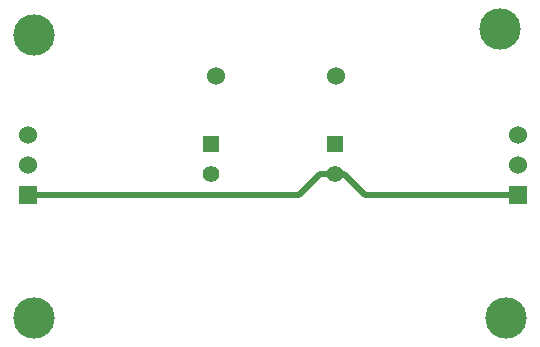
<source format=gbl>
%FSLAX34Y34*%
G04 Gerber Fmt 3.4, Leading zero omitted, Abs format*
G04 (created by PCBNEW (2014-02-26 BZR 4721)-product) date Monday, 09 February 2015 12:03:13*
%MOIN*%
G01*
G70*
G90*
G04 APERTURE LIST*
%ADD10C,0.005906*%
%ADD11R,0.055000X0.055000*%
%ADD12C,0.055000*%
%ADD13R,0.060000X0.060000*%
%ADD14C,0.060000*%
%ADD15C,0.137795*%
%ADD16C,0.019685*%
G04 APERTURE END LIST*
G54D10*
G54D11*
X60236Y-45562D03*
G54D12*
X60236Y-46562D03*
G54D11*
X64370Y-45562D03*
G54D12*
X64370Y-46562D03*
G54D13*
X54133Y-47259D03*
G54D14*
X54133Y-46259D03*
X54133Y-45259D03*
G54D13*
X70472Y-47259D03*
G54D14*
X70472Y-46259D03*
X70472Y-45259D03*
X64401Y-43307D03*
X60401Y-43307D03*
G54D15*
X69866Y-41728D03*
X54314Y-41925D03*
X54314Y-51374D03*
X70062Y-51374D03*
G54D16*
X64370Y-46562D02*
X64673Y-46562D01*
X65370Y-47259D02*
X70472Y-47259D01*
X64673Y-46562D02*
X65370Y-47259D01*
X54133Y-47259D02*
X63173Y-47259D01*
X63870Y-46562D02*
X64370Y-46562D01*
X63173Y-47259D02*
X63870Y-46562D01*
M02*

</source>
